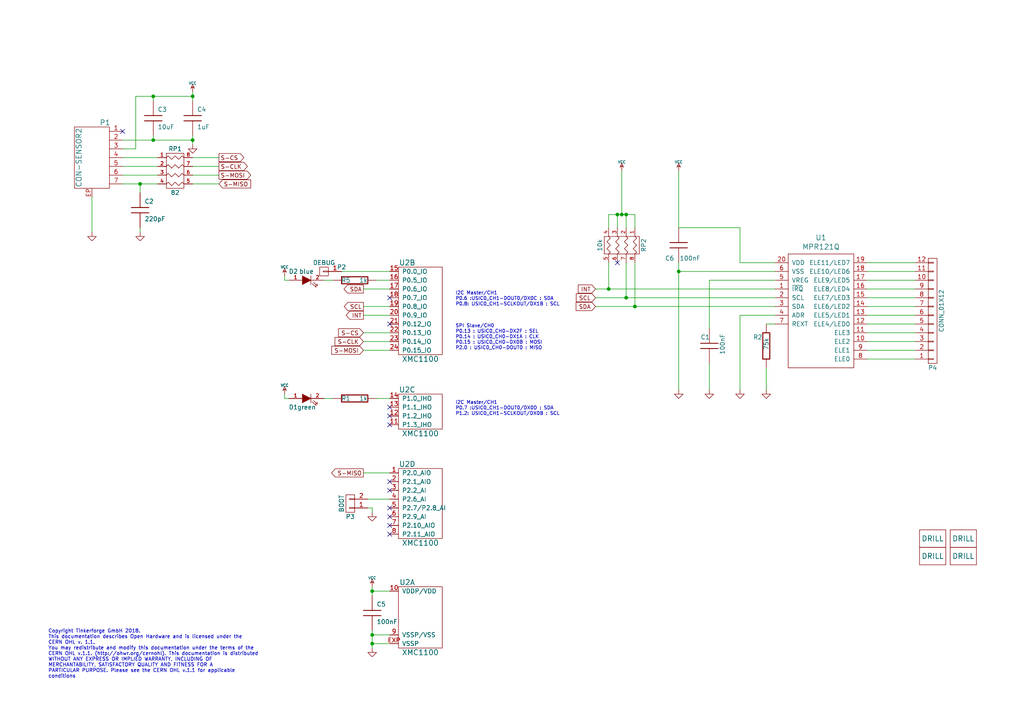
<source format=kicad_sch>
(kicad_sch (version 20230121) (generator eeschema)
  (paper "A4")
  (title_block (title "Multi Touch Bricklet") (date "2018-07-04") (rev "2.0") (company "Tinkerforge GmbH") (comment 1 "Licensed under CERN OHL v.1.1") (comment 2 "Copyright (©) 2018, L.Lauer <lukas@tinkerforge.com>"))
  (lib_symbols
    (symbol "tinkerforge:C" (pin_numbers hide) (pin_names (offset 0.254))
      (property "Reference" "C" (at 1.27 2.54 0))
      (property "Value" "C" (at 1.27 -2.54 0))
      (symbol "C_0_1"
        (polyline (pts (xy -2.54 -0.762) (xy 2.54 -0.762)) (stroke (width 0.254)))
        (polyline (pts (xy -2.54 0.762) (xy 2.54 0.762)) (stroke (width 0.254)))
      )
      (symbol "C_1_1"
        (pin passive line (at 0 5.08 270) (length 4.318) (name "~") (number "1"))
        (pin passive line (at 0 -5.08 90) (length 4.318) (name "~") (number "2"))
      )
    )
    (symbol "tinkerforge:CON-SENSOR2" (pin_names (offset 1.016))
      (property "Reference" "P" (at -3.81 10.16 0))
      (property "Value" "CON-SENSOR2" (at 3.81 0 90))
      (symbol "CON-SENSOR2_0_1"
        (rectangle (start -5.08 8.89) (end 5.08 -8.89))
      )
      (symbol "CON-SENSOR2_1_1"
        (pin passive line (at -8.89 7.62 0) (length 3.81) (name "~") (number "1"))
        (pin passive line (at -8.89 5.08 0) (length 3.81) (name "~") (number "2"))
        (pin passive line (at -8.89 2.54 0) (length 3.81) (name "~") (number "3"))
        (pin passive line (at -8.89 0 0) (length 3.81) (name "~") (number "4"))
        (pin passive line (at -8.89 -2.54 0) (length 3.81) (name "~") (number "5"))
        (pin passive line (at -8.89 -5.08 0) (length 3.81) (name "~") (number "6"))
        (pin passive line (at -8.89 -7.62 0) (length 3.81) (name "~") (number "7"))
        (pin passive line (at 0 -11.43 90) (length 2.54) (name "~") (number "EP"))
      )
    )
    (symbol "tinkerforge:CONN_01X01" (pin_names (offset 1.016) hide)
      (property "Reference" "P" (at 0 2.54 0))
      (property "Value" "CONN_01X01" (at 2.54 0 90))
      (symbol "CONN_01X01_0_1"
        (rectangle (start -1.27 0.127) (end 0.254 -0.127))
        (rectangle (start -1.27 1.27) (end 1.27 -1.27))
      )
      (symbol "CONN_01X01_1_1"
        (pin passive line (at -5.08 0 0) (length 3.81) (name "P1") (number "1"))
      )
    )
    (symbol "tinkerforge:CONN_01X02" (pin_names (offset 1.016) hide)
      (property "Reference" "P" (at 0 3.81 0))
      (property "Value" "CONN_01X02" (at 2.54 0 90))
      (symbol "CONN_01X02_0_1"
        (rectangle (start -1.27 -1.143) (end 0.254 -1.397))
        (rectangle (start -1.27 1.397) (end 0.254 1.143))
        (rectangle (start -1.27 2.54) (end 1.27 -2.54))
      )
      (symbol "CONN_01X02_1_1"
        (pin passive line (at -5.08 1.27 0) (length 3.81) (name "P1") (number "1"))
        (pin passive line (at -5.08 -1.27 0) (length 3.81) (name "P2") (number "2"))
      )
    )
    (symbol "tinkerforge:CONN_01X12" (pin_names (offset 1.016) hide)
      (property "Reference" "P" (at 0 16.51 0))
      (property "Value" "CONN_01X12" (at 2.54 0 90))
      (symbol "CONN_01X12_0_1"
        (rectangle (start -1.27 -15.24) (end 1.27 15.24))
        (rectangle (start -1.27 -13.843) (end 0.254 -14.097))
        (rectangle (start -1.27 -11.303) (end 0.254 -11.557))
        (rectangle (start -1.27 -8.763) (end 0.254 -9.017))
        (rectangle (start -1.27 -6.223) (end 0.254 -6.477))
        (rectangle (start -1.27 -3.683) (end 0.254 -3.937))
        (rectangle (start -1.27 -1.143) (end 0.254 -1.397))
        (rectangle (start -1.27 1.397) (end 0.254 1.143))
        (rectangle (start -1.27 3.937) (end 0.254 3.683))
        (rectangle (start -1.27 6.477) (end 0.254 6.223))
        (rectangle (start -1.27 9.017) (end 0.254 8.763))
        (rectangle (start -1.27 11.557) (end 0.254 11.303))
        (rectangle (start -1.27 14.097) (end 0.254 13.843))
      )
      (symbol "CONN_01X12_1_1"
        (pin passive line (at -5.08 13.97 0) (length 3.81) (name "P1") (number "1"))
        (pin passive line (at -5.08 -8.89 0) (length 3.81) (name "P10") (number "10"))
        (pin passive line (at -5.08 -11.43 0) (length 3.81) (name "P11") (number "11"))
        (pin passive line (at -5.08 -13.97 0) (length 3.81) (name "P12") (number "12"))
        (pin passive line (at -5.08 11.43 0) (length 3.81) (name "P2") (number "2"))
        (pin passive line (at -5.08 8.89 0) (length 3.81) (name "P3") (number "3"))
        (pin passive line (at -5.08 6.35 0) (length 3.81) (name "P4") (number "4"))
        (pin passive line (at -5.08 3.81 0) (length 3.81) (name "P5") (number "5"))
        (pin passive line (at -5.08 1.27 0) (length 3.81) (name "P6") (number "6"))
        (pin passive line (at -5.08 -1.27 0) (length 3.81) (name "P7") (number "7"))
        (pin passive line (at -5.08 -3.81 0) (length 3.81) (name "P8") (number "8"))
        (pin passive line (at -5.08 -6.35 0) (length 3.81) (name "P9") (number "9"))
      )
    )
    (symbol "tinkerforge:DRILL" (pin_numbers hide) (pin_names (offset 0) hide)
      (property "Value" "DRILL" (at 0 0 0))
      (symbol "DRILL_0_1"
        (rectangle (start -3.81 2.54) (end 3.81 -2.54))
      )
    )
    (symbol "tinkerforge:GND" (power) (pin_names (offset 0))
      (property "Value" "GND" (at 0 -5.08 0))
      (symbol "GND_0_1"
        (polyline (pts (xy 0 0) (xy 0 -1.27) (xy 1.27 -1.27) (xy 0 -2.54) (xy -1.27 -1.27) (xy 0 -1.27)))
      )
      (symbol "GND_1_1"
        (pin power_in line (at 0 0 270) (length 0) hide (name "GND") (number "1"))
      )
    )
    (symbol "tinkerforge:LED" (pin_names (offset 1.016) hide)
      (property "Reference" "D" (at 0 2.54 0))
      (property "Value" "LED" (at 0 -2.54 0))
      (symbol "LED_0_1"
        (polyline (pts (xy 1.27 1.27) (xy 1.27 -1.27)))
        (polyline (pts (xy -1.27 1.27) (xy 1.27 0) (xy -1.27 -1.27)) (fill (type outline)))
        (polyline (pts (xy 1.651 -1.016) (xy 2.794 -2.032) (xy 2.667 -1.397)))
        (polyline (pts (xy 2.032 -0.635) (xy 3.175 -1.651) (xy 3.048 -1.016)))
      )
      (symbol "LED_1_1"
        (pin passive line (at -5.08 0 0) (length 3.81) (name "A") (number "1"))
        (pin passive line (at 5.08 0 180) (length 3.81) (name "K") (number "2"))
      )
    )
    (symbol "tinkerforge:MPR121Q" (pin_names (offset 1.016))
      (property "Reference" "U" (at -7.62 16.51 0))
      (property "Value" "MPR121Q" (at 1.27 -19.05 0))
      (symbol "MPR121Q_0_1"
        (rectangle (start -8.89 15.24) (end 10.16 -17.78))
      )
      (symbol "MPR121Q_1_1"
        (pin passive line (at -12.7 5.08 0) (length 3.81) (name "~{IRQ}") (number "1"))
        (pin passive line (at 13.97 -10.16 180) (length 3.81) (name "ELE2") (number "10"))
        (pin passive line (at 13.97 -7.62 180) (length 3.81) (name "ELE3") (number "11"))
        (pin passive line (at 13.97 -5.08 180) (length 3.81) (name "ELE4/LED0") (number "12"))
        (pin passive line (at 13.97 -2.54 180) (length 3.81) (name "ELE5/LED1") (number "13"))
        (pin passive line (at 13.97 0 180) (length 3.81) (name "ELE6/LED2") (number "14"))
        (pin passive line (at 13.97 2.54 180) (length 3.81) (name "ELE7/LED3") (number "15"))
        (pin passive line (at 13.97 5.08 180) (length 3.81) (name "ELE8/LED4") (number "16"))
        (pin passive line (at 13.97 7.62 180) (length 3.81) (name "ELE9/LED5") (number "17"))
        (pin passive line (at 13.97 10.16 180) (length 3.81) (name "ELE10/LED6") (number "18"))
        (pin passive line (at 13.97 12.7 180) (length 3.81) (name "ELE11/LED7") (number "19"))
        (pin passive line (at -12.7 2.54 0) (length 3.81) (name "SCL") (number "2"))
        (pin passive line (at -12.7 12.7 0) (length 3.81) (name "VDD") (number "20"))
        (pin passive line (at -12.7 0 0) (length 3.81) (name "SDA") (number "3"))
        (pin passive line (at -12.7 -2.54 0) (length 3.81) (name "ADR") (number "4"))
        (pin passive line (at -12.7 7.62 0) (length 3.81) (name "VREG") (number "5"))
        (pin passive line (at -12.7 10.16 0) (length 3.81) (name "VSS") (number "6"))
        (pin passive line (at -12.7 -5.08 0) (length 3.81) (name "REXT") (number "7"))
        (pin passive line (at 13.97 -15.24 180) (length 3.81) (name "ELE0") (number "8"))
        (pin passive line (at 13.97 -12.7 180) (length 3.81) (name "ELE1") (number "9"))
      )
    )
    (symbol "tinkerforge:R" (pin_numbers hide) (pin_names (offset 0))
      (property "Reference" "R" (at 2.032 0 90))
      (property "Value" "R" (at 0 0 90))
      (symbol "R_0_1"
        (rectangle (start -1.016 3.81) (end 1.016 -3.81) (stroke (width 0.3048)))
      )
      (symbol "R_1_1"
        (pin passive line (at 0 6.35 270) (length 2.54) (name "~") (number "1"))
        (pin passive line (at 0 -6.35 90) (length 2.54) (name "~") (number "2"))
      )
    )
    (symbol "tinkerforge:R_PACK4" (pin_names hide)
      (property "Reference" "RP" (at 0 11.43 0))
      (property "Value" "R_PACK4" (at 0 -1.27 0))
      (symbol "R_PACK4_0_1"
        (polyline (pts (xy -2.54 10.16) (xy -2.54 0) (xy 2.54 0) (xy 2.54 10.16) (xy -2.54 10.16)))
        (polyline (pts (xy -2.54 1.27) (xy -2.032 1.778) (xy -1.016 0.762) (xy 0 1.778) (xy 1.016 0.762) (xy 2.032 1.778) (xy 2.54 1.27)))
        (polyline (pts (xy -2.54 3.81) (xy -2.032 4.318) (xy -1.016 3.302) (xy 0 4.318) (xy 1.016 3.302) (xy 2.032 4.318) (xy 2.54 3.81)))
        (polyline (pts (xy -2.54 6.35) (xy -2.032 6.858) (xy -1.016 5.842) (xy 0 6.858) (xy 1.016 5.842) (xy 2.032 6.858) (xy 2.54 6.35)))
        (polyline (pts (xy -2.54 8.89) (xy -2.032 9.398) (xy -1.016 8.382) (xy 0 9.398) (xy 1.016 8.382) (xy 2.032 9.398) (xy 2.54 8.89)))
      )
      (symbol "R_PACK4_1_1"
        (pin passive line (at -5.08 8.89 0) (length 2.54) (name "P1") (number "1"))
        (pin passive line (at -5.08 6.35 0) (length 2.54) (name "P2") (number "2"))
        (pin passive line (at -5.08 3.81 0) (length 2.54) (name "P3") (number "3"))
        (pin passive line (at -5.08 1.27 0) (length 2.54) (name "P4") (number "4"))
        (pin passive line (at 5.08 1.27 180) (length 2.54) (name "R4") (number "5"))
        (pin passive line (at 5.08 3.81 180) (length 2.54) (name "R3") (number "6"))
        (pin passive line (at 5.08 6.35 180) (length 2.54) (name "R2") (number "7"))
        (pin passive line (at 5.08 8.89 180) (length 2.54) (name "R1") (number "8"))
      )
    )
    (symbol "tinkerforge:VCC" (power) (pin_names (offset 0))
      (property "Value" "VCC" (at 0 3.175 0))
      (symbol "VCC_0_0"
        (pin power_in line (at 0 0 90) (length 0) hide (name "VCC") (number "1"))
      )
      (symbol "VCC_0_1"
        (polyline (pts (xy 0 1.524) (xy 0 0)))
        (polyline (pts (xy 0 1.524) (xy 0.508 1.016) (xy 0 2.286) (xy -0.508 1.016) (xy 0 1.524) (xy 0 1.524)))
      )
    )
    (symbol "tinkerforge:XMC1XXX24" (pin_names (offset 1.016))
      (property "Reference" "U" (at -3.81 15.24 0))
      (property "Value" "XMC1XXX24" (at 0 -16.51 0))
      (symbol "XMC1XXX24_1_1"
        (rectangle (start -6.35 8.89) (end 6.35 -8.89))
        (pin passive line (at -8.89 7.62 0) (length 2.54) (name "VDDP/VDD") (number "10"))
        (pin passive line (at -8.89 -5.08 0) (length 2.54) (name "VSSP/VSS") (number "9"))
        (pin passive line (at -8.89 -7.62 0) (length 2.54) (name "VSSP") (number "EXP"))
      )
      (symbol "XMC1XXX24_2_1"
        (rectangle (start -6.35 12.7) (end 6.35 -12.7))
        (pin passive line (at -8.89 11.43 0) (length 2.54) (name "P0.0_IO") (number "15"))
        (pin passive line (at -8.89 8.89 0) (length 2.54) (name "P0.5_IO") (number "16"))
        (pin passive line (at -8.89 6.35 0) (length 2.54) (name "P0.6_IO") (number "17"))
        (pin passive line (at -8.89 3.81 0) (length 2.54) (name "P0.7_IO") (number "18"))
        (pin passive line (at -8.89 1.27 0) (length 2.54) (name "P0.8_IO") (number "19"))
        (pin passive line (at -8.89 -1.27 0) (length 2.54) (name "P0.9_IO") (number "20"))
        (pin passive line (at -8.89 -3.81 0) (length 2.54) (name "P0.12_IO") (number "21"))
        (pin passive line (at -8.89 -6.35 0) (length 2.54) (name "P0.13_IO") (number "22"))
        (pin passive line (at -8.89 -8.89 0) (length 2.54) (name "P0.14_IO") (number "23"))
        (pin passive line (at -8.89 -11.43 0) (length 2.54) (name "P0.15_IO") (number "24"))
      )
      (symbol "XMC1XXX24_3_1"
        (rectangle (start -6.35 5.08) (end 6.35 -5.08))
        (pin passive line (at -8.89 -3.81 0) (length 2.54) (name "P1.3_IHO") (number "11"))
        (pin passive line (at -8.89 -1.27 0) (length 2.54) (name "P1.2_IHO") (number "12"))
        (pin passive line (at -8.89 1.27 0) (length 2.54) (name "P1.1_IHO") (number "13"))
        (pin passive line (at -8.89 3.81 0) (length 2.54) (name "P1.0_IHO") (number "14"))
      )
      (symbol "XMC1XXX24_4_1"
        (rectangle (start -6.35 10.16) (end 6.35 -10.16))
        (pin passive line (at -8.89 8.89 0) (length 2.54) (name "P2.0_AIO") (number "1"))
        (pin passive line (at -8.89 6.35 0) (length 2.54) (name "P2.1_AIO") (number "2"))
        (pin passive line (at -8.89 3.81 0) (length 2.54) (name "P2.2_AI") (number "3"))
        (pin passive line (at -8.89 1.27 0) (length 2.54) (name "P2.6_AI") (number "4"))
        (pin passive line (at -8.89 -1.27 0) (length 2.54) (name "P2.7/P2.8_AI") (number "5"))
        (pin passive line (at -8.89 -3.81 0) (length 2.54) (name "P2.9_AI") (number "6"))
        (pin passive line (at -8.89 -6.35 0) (length 2.54) (name "P2.10_AIO") (number "7"))
        (pin passive line (at -8.89 -8.89 0) (length 2.54) (name "P2.11_AIO") (number "8"))
      )
    )
  )
  (junction (at 40.64 53.34))
  (junction (at 55.88 40.64))
  (junction (at 55.88 27.94))
  (junction (at 181.61 62.23))
  (junction (at 180.34 62.23))
  (junction (at 181.61 86.36))
  (junction (at 196.85 78.74))
  (junction (at 107.95 186.69))
  (junction (at 107.95 171.45))
  (junction (at 179.07 62.23))
  (junction (at 44.45 40.64))
  (junction (at 176.53 83.82))
  (junction (at 44.45 27.94))
  (junction (at 184.15 88.9))
  (junction (at 107.95 184.15))
  (no_connect (at 113.03 142.24))
  (no_connect (at 113.03 152.4))
  (no_connect (at 113.03 93.98))
  (no_connect (at 113.03 147.32))
  (no_connect (at 113.03 86.36))
  (no_connect (at 35.56 38.1))
  (no_connect (at 113.03 154.94))
  (no_connect (at 179.07 76.2))
  (no_connect (at 113.03 118.11))
  (no_connect (at 113.03 123.19))
  (no_connect (at 113.03 120.65))
  (no_connect (at 113.03 139.7))
  (no_connect (at 113.03 149.86))
  (wire (pts (xy 214.63 66.04) (xy 196.85 66.04)))
  (wire (pts (xy 83.82 115.57) (xy 82.55 115.57)))
  (wire (pts (xy 265.43 93.98) (xy 251.46 93.98)))
  (wire (pts (xy 251.46 88.9) (xy 265.43 88.9)))
  (wire (pts (xy 106.68 147.32) (xy 107.95 147.32)))
  (wire (pts (xy 44.45 27.94) (xy 55.88 27.94)))
  (wire (pts (xy 196.85 76.2) (xy 196.85 78.74)))
  (wire (pts (xy 107.95 147.32) (xy 107.95 148.59)))
  (wire (pts (xy 251.46 81.28) (xy 265.43 81.28)))
  (wire (pts (xy 265.43 83.82) (xy 251.46 83.82)))
  (wire (pts (xy 224.79 76.2) (xy 214.63 76.2)))
  (wire (pts (xy 265.43 104.14) (xy 251.46 104.14)))
  (wire (pts (xy 55.88 26.67) (xy 55.88 27.94)))
  (wire (pts (xy 214.63 91.44) (xy 224.79 91.44)))
  (wire (pts (xy 251.46 76.2) (xy 265.43 76.2)))
  (wire (pts (xy 224.79 78.74) (xy 196.85 78.74)))
  (wire (pts (xy 107.95 172.72) (xy 107.95 171.45)))
  (wire (pts (xy 63.5 45.72) (xy 55.88 45.72)))
  (wire (pts (xy 184.15 88.9) (xy 172.72 88.9)))
  (wire (pts (xy 181.61 76.2) (xy 181.61 86.36)))
  (wire (pts (xy 179.07 66.04) (xy 179.07 62.23)))
  (wire (pts (xy 265.43 78.74) (xy 251.46 78.74)))
  (wire (pts (xy 113.03 91.44) (xy 105.41 91.44)))
  (wire (pts (xy 105.41 101.6) (xy 113.03 101.6)))
  (wire (pts (xy 96.52 115.57) (xy 93.98 115.57)))
  (wire (pts (xy 99.06 78.74) (xy 113.03 78.74)))
  (wire (pts (xy 44.45 39.37) (xy 44.45 40.64)))
  (wire (pts (xy 26.67 57.15) (xy 26.67 67.31)))
  (wire (pts (xy 113.03 144.78) (xy 106.68 144.78)))
  (wire (pts (xy 45.72 48.26) (xy 35.56 48.26)))
  (wire (pts (xy 40.64 55.88) (xy 40.64 53.34)))
  (wire (pts (xy 55.88 53.34) (xy 63.5 53.34)))
  (wire (pts (xy 224.79 81.28) (xy 205.74 81.28)))
  (wire (pts (xy 35.56 40.64) (xy 44.45 40.64)))
  (wire (pts (xy 113.03 83.82) (xy 105.41 83.82)))
  (wire (pts (xy 105.41 96.52) (xy 113.03 96.52)))
  (wire (pts (xy 107.95 171.45) (xy 107.95 170.18)))
  (wire (pts (xy 35.56 45.72) (xy 45.72 45.72)))
  (wire (pts (xy 44.45 29.21) (xy 44.45 27.94)))
  (wire (pts (xy 96.52 81.28) (xy 93.98 81.28)))
  (wire (pts (xy 105.41 88.9) (xy 113.03 88.9)))
  (wire (pts (xy 113.03 115.57) (xy 109.22 115.57)))
  (wire (pts (xy 176.53 66.04) (xy 176.53 62.23)))
  (wire (pts (xy 55.88 40.64) (xy 55.88 41.91)))
  (wire (pts (xy 181.61 62.23) (xy 184.15 62.23)))
  (wire (pts (xy 40.64 53.34) (xy 35.56 53.34)))
  (wire (pts (xy 180.34 62.23) (xy 180.34 49.53)))
  (wire (pts (xy 224.79 93.98) (xy 222.25 93.98)))
  (wire (pts (xy 35.56 50.8) (xy 45.72 50.8)))
  (wire (pts (xy 113.03 186.69) (xy 107.95 186.69)))
  (wire (pts (xy 222.25 106.68) (xy 222.25 113.03)))
  (wire (pts (xy 205.74 81.28) (xy 205.74 95.25)))
  (wire (pts (xy 176.53 62.23) (xy 179.07 62.23)))
  (wire (pts (xy 55.88 39.37) (xy 55.88 40.64)))
  (wire (pts (xy 184.15 62.23) (xy 184.15 66.04)))
  (wire (pts (xy 172.72 83.82) (xy 176.53 83.82)))
  (wire (pts (xy 251.46 86.36) (xy 265.43 86.36)))
  (wire (pts (xy 39.37 43.18) (xy 39.37 27.94)))
  (wire (pts (xy 176.53 76.2) (xy 176.53 83.82)))
  (wire (pts (xy 196.85 49.53) (xy 196.85 66.04)))
  (wire (pts (xy 113.03 184.15) (xy 107.95 184.15)))
  (wire (pts (xy 40.64 66.04) (xy 40.64 67.31)))
  (wire (pts (xy 82.55 81.28) (xy 82.55 80.01)))
  (wire (pts (xy 184.15 88.9) (xy 224.79 88.9)))
  (wire (pts (xy 83.82 81.28) (xy 82.55 81.28)))
  (wire (pts (xy 214.63 91.44) (xy 214.63 113.03)))
  (wire (pts (xy 251.46 96.52) (xy 265.43 96.52)))
  (wire (pts (xy 214.63 76.2) (xy 214.63 66.04)))
  (wire (pts (xy 107.95 187.96) (xy 107.95 186.69)))
  (wire (pts (xy 251.46 101.6) (xy 265.43 101.6)))
  (wire (pts (xy 181.61 66.04) (xy 181.61 62.23)))
  (wire (pts (xy 35.56 43.18) (xy 39.37 43.18)))
  (wire (pts (xy 109.22 81.28) (xy 113.03 81.28)))
  (wire (pts (xy 176.53 83.82) (xy 224.79 83.82)))
  (wire (pts (xy 113.03 99.06) (xy 105.41 99.06)))
  (wire (pts (xy 113.03 171.45) (xy 107.95 171.45)))
  (wire (pts (xy 205.74 105.41) (xy 205.74 113.03)))
  (wire (pts (xy 107.95 184.15) (xy 107.95 182.88)))
  (wire (pts (xy 172.72 86.36) (xy 181.61 86.36)))
  (wire (pts (xy 184.15 76.2) (xy 184.15 88.9)))
  (wire (pts (xy 180.34 62.23) (xy 181.61 62.23)))
  (wire (pts (xy 82.55 115.57) (xy 82.55 114.3)))
  (wire (pts (xy 107.95 186.69) (xy 107.95 184.15)))
  (wire (pts (xy 113.03 137.16) (xy 105.41 137.16)))
  (wire (pts (xy 44.45 40.64) (xy 55.88 40.64)))
  (wire (pts (xy 45.72 53.34) (xy 40.64 53.34)))
  (wire (pts (xy 179.07 62.23) (xy 180.34 62.23)))
  (wire (pts (xy 196.85 78.74) (xy 196.85 113.03)))
  (wire (pts (xy 63.5 50.8) (xy 55.88 50.8)))
  (wire (pts (xy 39.37 27.94) (xy 44.45 27.94)))
  (wire (pts (xy 251.46 91.44) (xy 265.43 91.44)))
  (wire (pts (xy 181.61 86.36) (xy 224.79 86.36)))
  (wire (pts (xy 55.88 27.94) (xy 55.88 29.21)))
  (wire (pts (xy 265.43 99.06) (xy 251.46 99.06)))
  (wire (pts (xy 55.88 48.26) (xy 63.5 48.26)))
  (text "SPI Slave/CH0\nP0.13 : USIC0_CH0-DX2F : SEL\nP0.14 : USIC0_CH0-DX1A : CLK\nP0.15 : USIC0_CH0-DX0B : MOSI\nP2.0 : USIC0_CH0-DOUT0 : MISO" (at 132.08 101.6 0) (effects (font (size 0.9906 0.9906)) (justify left bottom)))
  (text "I2C Master/CH1\nP0.6 :USIC0_CH1-DOUT0/DX0C : SDA\nP0.8: USIC0_CH1-SCLKOUT/DX1B : SCL" (at 132.08 88.9 0) (effects (font (size 0.9906 0.9906)) (justify left bottom)))
  (text "I2C Master/CH1\nP0.7 :USIC0_CH1-DOUT0/DX0D : SDA\nP1.2: USIC0_CH1-SCLKOUT/DX0B : SCL" (at 132.08 120.65 0) (effects (font (size 0.9906 0.9906)) (justify left bottom)))
  (text "Copyright Tinkerforge GmbH 2018.\nThis documentation describes Open Hardware and is licensed under the\nCERN OHL v. 1.1.\nYou may redistribute and modify this documentation under the terms of the\nCERN OHL v.1.1. (http://ohwr.org/cernohl). This documentation is distributed\nWITHOUT ANY EXPRESS OR IMPLIED WARRANTY, INCLUDING OF\nMERCHANTABILITY, SATISFACTORY QUALITY AND FITNESS FOR A\nPARTICULAR PURPOSE. Please see the CERN OHL v.1.1 for applicable\nconditions\n" (at 13.97 196.85 0) (effects (font (size 1.016 1.016)) (justify left bottom)))
  (global_label "SCL" (shape input) (at 172.72 86.36 180) (effects (font (size 1.1938 1.1938))) (property "Intersheetrefs" "${INTERSHEET_REFS}" (effects hide)))
  (global_label "S-CS" (shape input) (at 105.41 96.52 180) (effects (font (size 1.1938 1.1938))) (property "Intersheetrefs" "${INTERSHEET_REFS}" (effects hide)))
  (global_label "S-MISO" (shape output) (at 105.41 137.16 180) (effects (font (size 1.1938 1.1938))) (property "Intersheetrefs" "${INTERSHEET_REFS}" (effects hide)))
  (global_label "S-CS" (shape output) (at 63.5 45.72 0) (effects (font (size 1.1938 1.1938))) (property "Intersheetrefs" "${INTERSHEET_REFS}" (effects hide)))
  (global_label "SDA" (shape output) (at 105.41 83.82 180) (effects (font (size 1.1938 1.1938))) (property "Intersheetrefs" "${INTERSHEET_REFS}" (effects hide)))
  (global_label "SCL" (shape output) (at 105.41 88.9 180) (effects (font (size 1.1938 1.1938))) (property "Intersheetrefs" "${INTERSHEET_REFS}" (effects hide)))
  (global_label "INT" (shape input) (at 172.72 83.82 180) (effects (font (size 1.1938 1.1938))) (property "Intersheetrefs" "${INTERSHEET_REFS}" (effects hide)))
  (global_label "S-MISO" (shape input) (at 63.5 53.34 0) (effects (font (size 1.1938 1.1938))) (property "Intersheetrefs" "${INTERSHEET_REFS}" (effects hide)))
  (global_label "SDA" (shape input) (at 172.72 88.9 180) (effects (font (size 1.1938 1.1938))) (property "Intersheetrefs" "${INTERSHEET_REFS}" (effects hide)))
  (global_label "S-MOSI" (shape output) (at 63.5 50.8 0) (effects (font (size 1.1938 1.1938))) (property "Intersheetrefs" "${INTERSHEET_REFS}" (effects hide)))
  (global_label "S-CLK" (shape output) (at 63.5 48.26 0) (effects (font (size 1.1938 1.1938))) (property "Intersheetrefs" "${INTERSHEET_REFS}" (effects hide)))
  (global_label "S-MOSI" (shape input) (at 105.41 101.6 180) (effects (font (size 1.1938 1.1938))) (property "Intersheetrefs" "${INTERSHEET_REFS}" (effects hide)))
  (global_label "S-CLK" (shape input) (at 105.41 99.06 180) (effects (font (size 1.1938 1.1938))) (property "Intersheetrefs" "${INTERSHEET_REFS}" (effects hide)))
  (global_label "INT" (shape output) (at 105.41 91.44 180) (effects (font (size 1.1938 1.1938))) (property "Intersheetrefs" "${INTERSHEET_REFS}" (effects hide)))
  (symbol (lib_id "tinkerforge:GND") (at 26.67 67.31 0) (unit 1)
    (property "Reference" "#PWR03" (effects hide))
    (property "Value" "GND" (effects hide))
  )
  (symbol (lib_id "tinkerforge:GND") (at 40.64 67.31 0) (unit 1)
    (property "Reference" "#PWR02" (effects hide))
    (property "Value" "GND" (effects hide))
  )
  (symbol (lib_id "tinkerforge:VCC") (at 55.88 26.67 0) (unit 1)
    (property "Reference" "#PWR01" (effects hide))
    (property "Value" "VCC" (at 55.88 24.13 0) (effects (font (size 0.762 0.762))))
  )
  (symbol (lib_id "tinkerforge:DRILL") (at 279.4 156.21 0) (unit 1)
    (property "Reference" "U5" (effects hide))
    (property "Value" "DRILL" (at 279.4 156.21 0) (effects (font (size 1.524 1.524))))
    (property "Footprint" "kicad-libraries:DRILL_NP" (effects hide))
  )
  (symbol (lib_id "tinkerforge:DRILL") (at 279.4 161.29 0) (unit 1)
    (property "Reference" "U6" (effects hide))
    (property "Value" "DRILL" (at 279.4 161.29 0) (effects (font (size 1.524 1.524))))
    (property "Footprint" "kicad-libraries:DRILL_NP" (effects hide))
  )
  (symbol (lib_id "tinkerforge:DRILL") (at 270.51 161.29 0) (unit 1)
    (property "Reference" "U4" (effects hide))
    (property "Value" "DRILL" (at 270.51 161.29 0) (effects (font (size 1.524 1.524))))
    (property "Footprint" "kicad-libraries:DRILL_NP" (effects hide))
  )
  (symbol (lib_id "tinkerforge:DRILL") (at 270.51 156.21 0) (unit 1)
    (property "Reference" "U3" (effects hide))
    (property "Value" "DRILL" (at 270.51 156.21 0) (effects (font (size 1.524 1.524))))
    (property "Footprint" "kicad-libraries:DRILL_NP" (effects hide))
  )
  (symbol (lib_id "tinkerforge:VCC") (at 180.34 49.53 0) (unit 1)
    (property "Reference" "#PWR010" (effects hide))
    (property "Value" "VCC" (at 180.34 46.99 0) (effects (font (size 0.762 0.762))))
  )
  (symbol (lib_id "tinkerforge:VCC") (at 196.85 49.53 0) (unit 1)
    (property "Reference" "#PWR04" (effects hide))
    (property "Value" "VCC" (at 196.85 46.99 0) (effects (font (size 0.762 0.762))))
  )
  (symbol (lib_id "tinkerforge:CON-SENSOR2") (at 26.67 45.72 0) (mirror y) (unit 1)
    (property "Reference" "P1" (at 30.48 35.56 0) (effects (font (size 1.524 1.524))))
    (property "Value" "CON-SENSOR2" (at 22.86 45.72 90) (effects (font (size 1.524 1.524))))
    (property "Footprint" "kicad-libraries:CON-SENSOR2" (effects hide))
  )
  (symbol (lib_id "tinkerforge:R_PACK4") (at 50.8 54.61 0) (unit 1)
    (property "Reference" "RP1" (at 50.8 43.18 0))
    (property "Value" "82" (at 50.8 55.88 0))
    (property "Footprint" "kicad-libraries:4X0402" (effects hide))
  )
  (symbol (lib_id "tinkerforge:C") (at 44.45 34.29 0) (unit 1)
    (property "Reference" "C3" (at 45.72 31.75 0) (effects (justify left)))
    (property "Value" "10uF" (at 45.72 36.83 0) (effects (justify left)))
    (property "Footprint" "kicad-libraries:C0805" (effects hide))
  )
  (symbol (lib_id "tinkerforge:C") (at 55.88 34.29 0) (unit 1)
    (property "Reference" "C4" (at 57.15 31.75 0) (effects (justify left)))
    (property "Value" "1uF" (at 57.15 36.83 0) (effects (justify left)))
    (property "Footprint" "kicad-libraries:C0603F" (effects hide))
  )
  (symbol (lib_id "tinkerforge:C") (at 40.64 60.96 0) (unit 1)
    (property "Reference" "C2" (at 41.91 58.42 0) (effects (justify left)))
    (property "Value" "220pF" (at 41.91 63.5 0) (effects (justify left)))
    (property "Footprint" "kicad-libraries:C0402F" (effects hide))
  )
  (symbol (lib_id "tinkerforge:GND") (at 55.88 41.91 0) (unit 1)
    (property "Reference" "#PWR05" (effects hide))
    (property "Value" "GND" (effects hide))
  )
  (symbol (lib_id "tinkerforge:XMC1XXX24") (at 121.92 179.07 0) (unit 1)
    (property "Reference" "U2" (at 118.11 168.91 0) (effects (font (size 1.524 1.524))))
    (property "Value" "XMC1100" (at 121.92 189.23 0) (effects (font (size 1.524 1.524))))
    (property "Footprint" "kicad-libraries:QFN24-4x4mm-0.5mm" (effects hide))
  )
  (symbol (lib_id "tinkerforge:XMC1XXX24") (at 121.92 90.17 0) (unit 2)
    (property "Reference" "U2" (at 118.11 76.2 0) (effects (font (size 1.524 1.524))))
    (property "Value" "XMC1100" (at 121.92 104.14 0) (effects (font (size 1.524 1.524))))
    (property "Footprint" "kicad-libraries:QFN24-4x4mm-0.5mm" (effects hide))
  )
  (symbol (lib_id "tinkerforge:XMC1XXX24") (at 121.92 119.38 0) (unit 3)
    (property "Reference" "U2" (at 118.11 113.03 0) (effects (font (size 1.524 1.524))))
    (property "Value" "XMC1100" (at 121.92 125.73 0) (effects (font (size 1.524 1.524))))
    (property "Footprint" "kicad-libraries:QFN24-4x4mm-0.5mm" (effects hide))
  )
  (symbol (lib_id "tinkerforge:XMC1XXX24") (at 121.92 146.05 0) (unit 4)
    (property "Reference" "U2" (at 118.11 134.62 0) (effects (font (size 1.524 1.524))))
    (property "Value" "XMC1100" (at 121.92 157.48 0) (effects (font (size 1.524 1.524))))
    (property "Footprint" "kicad-libraries:QFN24-4x4mm-0.5mm" (effects hide))
  )
  (symbol (lib_id "tinkerforge:C") (at 107.95 177.8 0) (unit 1)
    (property "Reference" "C5" (at 109.22 175.26 0) (effects (justify left)))
    (property "Value" "100nF" (at 109.22 180.34 0) (effects (justify left)))
    (property "Footprint" "kicad-libraries:C0603F" (effects hide))
  )
  (symbol (lib_id "tinkerforge:GND") (at 107.95 187.96 0) (unit 1)
    (property "Reference" "#PWR06" (effects hide))
    (property "Value" "GND" (effects hide))
  )
  (symbol (lib_id "tinkerforge:VCC") (at 107.95 170.18 0) (unit 1)
    (property "Reference" "#PWR07" (effects hide))
    (property "Value" "VCC" (at 107.95 167.64 0) (effects (font (size 0.762 0.762))))
  )
  (symbol (lib_id "tinkerforge:GND") (at 214.63 113.03 0) (unit 1)
    (property "Reference" "#PWR012" (effects hide))
    (property "Value" "GND" (effects hide))
  )
  (symbol (lib_id "tinkerforge:C") (at 196.85 71.12 180) (unit 1)
    (property "Reference" "C6" (at 195.58 74.93 0) (effects (justify left)))
    (property "Value" "100nF" (at 203.2 74.93 0) (effects (justify left)))
    (property "Footprint" "kicad-libraries:C0603F" (effects hide))
  )
  (symbol (lib_id "tinkerforge:CONN_01X12") (at 270.51 90.17 0) (mirror x) (unit 1)
    (property "Reference" "P4" (at 270.51 106.68 0))
    (property "Value" "CONN_01X12" (at 273.05 90.17 90))
    (property "Footprint" "kicad-libraries:pin_array_6x2" (effects hide))
  )
  (symbol (lib_id "tinkerforge:CONN_01X01") (at 93.98 78.74 180) (unit 1)
    (property "Reference" "P2" (at 99.06 77.47 0))
    (property "Value" "DEBUG" (at 93.98 76.2 0))
    (property "Footprint" "kicad-libraries:DEBUG_PAD" (effects hide))
  )
  (symbol (lib_id "tinkerforge:R") (at 102.87 81.28 270) (unit 1)
    (property "Reference" "R5" (at 100.33 81.28 90))
    (property "Value" "1k" (at 105.41 81.28 90))
    (property "Footprint" "kicad-libraries:R0603F" (effects hide))
  )
  (symbol (lib_id "tinkerforge:LED") (at 88.9 81.28 0) (unit 1)
    (property "Reference" "D2" (at 85.09 78.74 0))
    (property "Value" "blue" (at 88.9 78.74 0))
    (property "Footprint" "kicad-libraries:D0603F" (effects hide))
  )
  (symbol (lib_id "tinkerforge:VCC") (at 82.55 114.3 0) (unit 1)
    (property "Reference" "#PWR08" (effects hide))
    (property "Value" "VCC" (at 82.55 111.76 0) (effects (font (size 0.762 0.762))))
  )
  (symbol (lib_id "tinkerforge:CONN_01X02") (at 101.6 146.05 180) (unit 1)
    (property "Reference" "P3" (at 101.6 149.86 0))
    (property "Value" "BOOT" (at 99.06 146.05 90))
    (property "Footprint" "kicad-libraries:SolderJumper" (effects hide))
  )
  (symbol (lib_id "tinkerforge:GND") (at 107.95 148.59 0) (unit 1)
    (property "Reference" "#PWR09" (effects hide))
    (property "Value" "GND" (effects hide))
  )
  (symbol (lib_id "tinkerforge:GND") (at 222.25 113.03 0) (unit 1)
    (property "Reference" "#PWR011" (effects hide))
    (property "Value" "GND" (effects hide))
  )
  (symbol (lib_id "tinkerforge:GND") (at 205.74 113.03 0) (unit 1)
    (property "Reference" "#PWR014" (effects hide))
    (property "Value" "GND" (effects hide))
  )
  (symbol (lib_id "tinkerforge:R_PACK4") (at 175.26 71.12 270) (unit 1)
    (property "Reference" "RP2" (at 186.69 71.12 0))
    (property "Value" "10k" (at 173.99 71.12 0))
    (property "Footprint" "kicad-libraries:4X0402" (effects hide))
  )
  (symbol (lib_id "tinkerforge:R") (at 102.87 115.57 270) (unit 1)
    (property "Reference" "R1" (at 100.33 115.57 90))
    (property "Value" "1k" (at 105.41 115.57 90))
    (property "Footprint" "kicad-libraries:R0603F" (effects hide))
  )
  (symbol (lib_id "tinkerforge:LED") (at 88.9 115.57 0) (unit 1)
    (property "Reference" "D1" (at 85.09 118.11 0))
    (property "Value" "green" (at 88.9 118.11 0))
    (property "Footprint" "kicad-libraries:D0603F" (effects hide))
  )
  (symbol (lib_id "tinkerforge:VCC") (at 82.55 80.01 0) (unit 1)
    (property "Reference" "#PWR015" (effects hide))
    (property "Value" "VCC" (at 82.55 77.47 0) (effects (font (size 0.762 0.762))))
  )
  (symbol (lib_id "tinkerforge:MPR121Q") (at 237.49 88.9 0) (unit 1)
    (property "Reference" "U1" (at 238.125 68.9102 0) (effects (font (size 1.524 1.524))))
    (property "Value" "MPR121Q" (at 238.125 71.6026 0) (effects (font (size 1.524 1.524))))
    (property "Footprint" "tinkerforge:QFN20-3X3" (effects hide))
  )
  (symbol (lib_id "tinkerforge:R") (at 222.25 100.33 0) (unit 1)
    (property "Reference" "R2" (at 218.44 97.79 0) (effects (justify left)))
    (property "Value" "75k" (at 222.25 101.6 90) (effects (justify left)))
    (property "Footprint" "tinkerforge:R0603F" (effects hide))
  )
  (symbol (lib_id "tinkerforge:C") (at 205.74 100.33 0) (unit 1)
    (property "Reference" "C1" (at 203.2 97.79 0) (effects (justify left)))
    (property "Value" "100nF" (at 209.55 102.87 90) (effects (justify left)))
    (property "Footprint" "tinkerforge:C0603F" (effects hide))
  )
  (symbol (lib_id "tinkerforge:GND") (at 196.85 113.03 0) (unit 1)
    (property "Reference" "#PWR013" (effects hide))
    (property "Value" "GND" (effects hide))
  )
)
</source>
